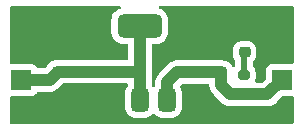
<source format=gbr>
%TF.GenerationSoftware,KiCad,Pcbnew,9.0.1*%
%TF.CreationDate,2025-10-27T18:33:51+04:00*%
%TF.ProjectId,AMS1117-3v3,414d5331-3131-4372-9d33-76332e6b6963,rev?*%
%TF.SameCoordinates,Original*%
%TF.FileFunction,Copper,L1,Top*%
%TF.FilePolarity,Positive*%
%FSLAX46Y46*%
G04 Gerber Fmt 4.6, Leading zero omitted, Abs format (unit mm)*
G04 Created by KiCad (PCBNEW 9.0.1) date 2025-10-27 18:33:51*
%MOMM*%
%LPD*%
G01*
G04 APERTURE LIST*
G04 Aperture macros list*
%AMRoundRect*
0 Rectangle with rounded corners*
0 $1 Rounding radius*
0 $2 $3 $4 $5 $6 $7 $8 $9 X,Y pos of 4 corners*
0 Add a 4 corners polygon primitive as box body*
4,1,4,$2,$3,$4,$5,$6,$7,$8,$9,$2,$3,0*
0 Add four circle primitives for the rounded corners*
1,1,$1+$1,$2,$3*
1,1,$1+$1,$4,$5*
1,1,$1+$1,$6,$7*
1,1,$1+$1,$8,$9*
0 Add four rect primitives between the rounded corners*
20,1,$1+$1,$2,$3,$4,$5,0*
20,1,$1+$1,$4,$5,$6,$7,0*
20,1,$1+$1,$6,$7,$8,$9,0*
20,1,$1+$1,$8,$9,$2,$3,0*%
G04 Aperture macros list end*
%TA.AperFunction,SMDPad,CuDef*%
%ADD10RoundRect,0.225000X0.250000X-0.225000X0.250000X0.225000X-0.250000X0.225000X-0.250000X-0.225000X0*%
%TD*%
%TA.AperFunction,ComponentPad*%
%ADD11R,1.700000X1.700000*%
%TD*%
%TA.AperFunction,ComponentPad*%
%ADD12C,1.700000*%
%TD*%
%TA.AperFunction,SMDPad,CuDef*%
%ADD13RoundRect,0.218750X-0.256250X0.218750X-0.256250X-0.218750X0.256250X-0.218750X0.256250X0.218750X0*%
%TD*%
%TA.AperFunction,SMDPad,CuDef*%
%ADD14RoundRect,0.375000X0.375000X-0.625000X0.375000X0.625000X-0.375000X0.625000X-0.375000X-0.625000X0*%
%TD*%
%TA.AperFunction,SMDPad,CuDef*%
%ADD15RoundRect,0.500000X1.400000X-0.500000X1.400000X0.500000X-1.400000X0.500000X-1.400000X-0.500000X0*%
%TD*%
%TA.AperFunction,SMDPad,CuDef*%
%ADD16RoundRect,0.200000X0.275000X-0.200000X0.275000X0.200000X-0.275000X0.200000X-0.275000X-0.200000X0*%
%TD*%
%TA.AperFunction,ViaPad*%
%ADD17C,0.600000*%
%TD*%
%TA.AperFunction,Conductor*%
%ADD18C,1.000000*%
%TD*%
%TA.AperFunction,Conductor*%
%ADD19C,0.500000*%
%TD*%
G04 APERTURE END LIST*
D10*
%TO.P,C3,1*%
%TO.N,+3.3V*%
X126535000Y-95075000D03*
%TO.P,C3,2*%
%TO.N,GND*%
X126535000Y-93525000D03*
%TD*%
%TO.P,C2,1*%
%TO.N,+5V*%
X140375000Y-95125000D03*
%TO.P,C2,2*%
%TO.N,GND*%
X140375000Y-93575000D03*
%TD*%
D11*
%TO.P,J1,1,Pin_1*%
%TO.N,+5V*%
X145500000Y-95775000D03*
D12*
%TO.P,J1,2,Pin_2*%
%TO.N,GND*%
X145500000Y-93235000D03*
%TD*%
D13*
%TO.P,D1,1,K*%
%TO.N,GND*%
X142340000Y-91862500D03*
%TO.P,D1,2,A*%
%TO.N,Net-(D1-A)*%
X142340000Y-93437500D03*
%TD*%
D14*
%TO.P,U1,1,GND*%
%TO.N,GND*%
X131175000Y-97500000D03*
%TO.P,U1,2,VO*%
%TO.N,+3.3V*%
X133475000Y-97500000D03*
D15*
X133475000Y-91200000D03*
D14*
%TO.P,U1,3,VI*%
%TO.N,+5V*%
X135775000Y-97500000D03*
%TD*%
D16*
%TO.P,R1,1*%
%TO.N,+5V*%
X142300000Y-97000000D03*
%TO.P,R1,2*%
%TO.N,Net-(D1-A)*%
X142300000Y-95350000D03*
%TD*%
D11*
%TO.P,J2,1,Pin_1*%
%TO.N,+3.3V*%
X123450000Y-95775000D03*
D12*
%TO.P,J2,2,Pin_2*%
%TO.N,GND*%
X123450000Y-93235000D03*
%TD*%
D10*
%TO.P,C4,1*%
%TO.N,+3.3V*%
X128325000Y-95075000D03*
%TO.P,C4,2*%
%TO.N,GND*%
X128325000Y-93525000D03*
%TD*%
%TO.P,C1,1*%
%TO.N,+5V*%
X138550000Y-95125000D03*
%TO.P,C1,2*%
%TO.N,GND*%
X138550000Y-93575000D03*
%TD*%
D17*
%TO.N,GND*%
X129225000Y-97525000D03*
%TD*%
D18*
%TO.N,+5V*%
X141150000Y-97000000D02*
X142300000Y-97000000D01*
X142300000Y-97000000D02*
X144275000Y-97000000D01*
X140375000Y-95125000D02*
X140375000Y-96225000D01*
X135775000Y-97500000D02*
X135775000Y-95975000D01*
X140375000Y-96225000D02*
X141150000Y-97000000D01*
X135775000Y-95975000D02*
X136625000Y-95125000D01*
X144275000Y-97000000D02*
X145500000Y-95775000D01*
X136625000Y-95125000D02*
X140375000Y-95125000D01*
%TO.N,GND*%
X131175000Y-97500000D02*
X129250000Y-97500000D01*
X129250000Y-97500000D02*
X129225000Y-97525000D01*
%TO.N,+3.3V*%
X133475000Y-97500000D02*
X133475000Y-95075000D01*
X123450000Y-95775000D02*
X125835000Y-95775000D01*
X125835000Y-95775000D02*
X126535000Y-95075000D01*
X133475000Y-95075000D02*
X133475000Y-91200000D01*
X126535000Y-95075000D02*
X133475000Y-95075000D01*
D19*
%TO.N,Net-(D1-A)*%
X142300000Y-93477500D02*
X142340000Y-93437500D01*
X142300000Y-95350000D02*
X142300000Y-93477500D01*
%TD*%
%TA.AperFunction,Conductor*%
%TO.N,GND*%
G36*
X132417539Y-96095185D02*
G01*
X132463294Y-96147989D01*
X132474500Y-96199500D01*
X132474500Y-96212073D01*
X132454815Y-96279112D01*
X132447148Y-96289760D01*
X132357971Y-96400702D01*
X132273360Y-96571304D01*
X132227400Y-96756107D01*
X132224500Y-96798879D01*
X132224500Y-98201122D01*
X132224501Y-98201125D01*
X132227399Y-98243886D01*
X132227399Y-98243887D01*
X132273360Y-98428696D01*
X132357967Y-98599292D01*
X132357969Y-98599295D01*
X132477277Y-98747721D01*
X132477278Y-98747722D01*
X132625704Y-98867030D01*
X132625707Y-98867032D01*
X132796302Y-98951639D01*
X132796303Y-98951639D01*
X132796307Y-98951641D01*
X132981111Y-98997600D01*
X133023877Y-99000500D01*
X133926122Y-99000499D01*
X133968889Y-98997600D01*
X134153693Y-98951641D01*
X134324296Y-98867030D01*
X134472722Y-98747722D01*
X134528353Y-98678514D01*
X134585696Y-98638595D01*
X134655518Y-98636015D01*
X134715651Y-98671594D01*
X134721647Y-98678514D01*
X134777277Y-98747721D01*
X134777278Y-98747722D01*
X134925704Y-98867030D01*
X134925707Y-98867032D01*
X135096302Y-98951639D01*
X135096303Y-98951639D01*
X135096307Y-98951641D01*
X135281111Y-98997600D01*
X135323877Y-99000500D01*
X136226122Y-99000499D01*
X136268889Y-98997600D01*
X136453693Y-98951641D01*
X136624296Y-98867030D01*
X136772722Y-98747722D01*
X136892030Y-98599296D01*
X136976641Y-98428693D01*
X137022600Y-98243889D01*
X137025500Y-98201123D01*
X137025499Y-96798878D01*
X137022600Y-96756111D01*
X136976641Y-96571307D01*
X136892030Y-96400704D01*
X136892029Y-96400702D01*
X136889230Y-96395059D01*
X136885044Y-96371357D01*
X136876634Y-96348809D01*
X136879077Y-96337575D01*
X136877078Y-96326254D01*
X136886370Y-96304052D01*
X136891486Y-96280536D01*
X136902206Y-96266215D01*
X136904054Y-96261802D01*
X136912638Y-96252282D01*
X137003104Y-96161818D01*
X137064427Y-96128333D01*
X137090784Y-96125500D01*
X139250500Y-96125500D01*
X139317539Y-96145185D01*
X139363294Y-96197989D01*
X139374500Y-96249500D01*
X139374500Y-96323542D01*
X139382193Y-96362215D01*
X139382193Y-96362217D01*
X139395208Y-96427646D01*
X139399438Y-96448914D01*
X139412946Y-96516828D01*
X139412949Y-96516837D01*
X139488364Y-96698907D01*
X139488371Y-96698920D01*
X139597859Y-96862780D01*
X139597860Y-96862781D01*
X139597861Y-96862782D01*
X139737218Y-97002139D01*
X139737219Y-97002139D01*
X139744286Y-97009206D01*
X139744285Y-97009206D01*
X139744289Y-97009209D01*
X140512215Y-97777137D01*
X140512219Y-97777140D01*
X140676079Y-97886628D01*
X140676085Y-97886631D01*
X140676086Y-97886632D01*
X140858165Y-97962052D01*
X141051455Y-98000500D01*
X141051458Y-98000501D01*
X141051460Y-98000501D01*
X141254655Y-98000501D01*
X141254675Y-98000500D01*
X144373542Y-98000500D01*
X144404566Y-97994328D01*
X144470188Y-97981275D01*
X144566836Y-97962051D01*
X144620165Y-97939961D01*
X144748914Y-97886632D01*
X144912782Y-97777139D01*
X145052139Y-97637782D01*
X145052139Y-97637780D01*
X145062347Y-97627573D01*
X145062348Y-97627570D01*
X145528102Y-97161818D01*
X145589425Y-97128333D01*
X145615783Y-97125499D01*
X146375500Y-97125499D01*
X146442539Y-97145184D01*
X146488294Y-97197988D01*
X146499500Y-97249499D01*
X146499500Y-99375500D01*
X146479815Y-99442539D01*
X146427011Y-99488294D01*
X146375500Y-99499500D01*
X122624500Y-99499500D01*
X122557461Y-99479815D01*
X122511706Y-99427011D01*
X122500500Y-99375500D01*
X122500500Y-97249499D01*
X122520185Y-97182460D01*
X122572989Y-97136705D01*
X122624495Y-97125499D01*
X124347872Y-97125499D01*
X124407483Y-97119091D01*
X124542331Y-97068796D01*
X124657546Y-96982546D01*
X124743796Y-96867331D01*
X124747960Y-96856165D01*
X124789829Y-96800234D01*
X124855293Y-96775816D01*
X124864141Y-96775500D01*
X125933542Y-96775500D01*
X125966812Y-96768881D01*
X126031015Y-96756111D01*
X126126836Y-96737051D01*
X126180165Y-96714961D01*
X126308914Y-96661632D01*
X126472782Y-96552139D01*
X126612139Y-96412782D01*
X126612139Y-96412780D01*
X126622347Y-96402573D01*
X126622347Y-96402571D01*
X126913103Y-96111818D01*
X126974427Y-96078334D01*
X127000784Y-96075500D01*
X132350500Y-96075500D01*
X132417539Y-96095185D01*
G37*
%TD.AperFunction*%
%TA.AperFunction,Conductor*%
G36*
X146442539Y-89520185D02*
G01*
X146488294Y-89572989D01*
X146499500Y-89624500D01*
X146499500Y-94300500D01*
X146479815Y-94367539D01*
X146427011Y-94413294D01*
X146375500Y-94424500D01*
X144602129Y-94424500D01*
X144602123Y-94424501D01*
X144542516Y-94430908D01*
X144407671Y-94481202D01*
X144407664Y-94481206D01*
X144292455Y-94567452D01*
X144292452Y-94567455D01*
X144206206Y-94682664D01*
X144206202Y-94682671D01*
X144155908Y-94817517D01*
X144149501Y-94877116D01*
X144149500Y-94877135D01*
X144149500Y-95659217D01*
X144129815Y-95726256D01*
X144113181Y-95746898D01*
X143896899Y-95963181D01*
X143835576Y-95996666D01*
X143809218Y-95999500D01*
X143337174Y-95999500D01*
X143270135Y-95979815D01*
X143224380Y-95927011D01*
X143214436Y-95857853D01*
X143218788Y-95838611D01*
X143269086Y-95677196D01*
X143275500Y-95606616D01*
X143275500Y-95093384D01*
X143269086Y-95022804D01*
X143218478Y-94860394D01*
X143130472Y-94714815D01*
X143130470Y-94714813D01*
X143130469Y-94714811D01*
X143086819Y-94671161D01*
X143053334Y-94609838D01*
X143050500Y-94583480D01*
X143050500Y-94270534D01*
X143070185Y-94203495D01*
X143086819Y-94182853D01*
X143106726Y-94162946D01*
X143164281Y-94105391D01*
X143252549Y-93962287D01*
X143305436Y-93802685D01*
X143315500Y-93704174D01*
X143315500Y-93170826D01*
X143305436Y-93072315D01*
X143252549Y-92912713D01*
X143252545Y-92912707D01*
X143252544Y-92912704D01*
X143164283Y-92769612D01*
X143164280Y-92769608D01*
X143045391Y-92650719D01*
X143045387Y-92650716D01*
X142902295Y-92562455D01*
X142902289Y-92562452D01*
X142902287Y-92562451D01*
X142742685Y-92509564D01*
X142742683Y-92509563D01*
X142644181Y-92499500D01*
X142644174Y-92499500D01*
X142035826Y-92499500D01*
X142035818Y-92499500D01*
X141937316Y-92509563D01*
X141937315Y-92509564D01*
X141858219Y-92535773D01*
X141777715Y-92562450D01*
X141777704Y-92562455D01*
X141634612Y-92650716D01*
X141634608Y-92650719D01*
X141515719Y-92769608D01*
X141515716Y-92769612D01*
X141427455Y-92912704D01*
X141427451Y-92912713D01*
X141374564Y-93072315D01*
X141374564Y-93072316D01*
X141374563Y-93072316D01*
X141364500Y-93170818D01*
X141364500Y-93704181D01*
X141374563Y-93802683D01*
X141427450Y-93962284D01*
X141427455Y-93962295D01*
X141515716Y-94105387D01*
X141520197Y-94111054D01*
X141518424Y-94112455D01*
X141546666Y-94164176D01*
X141549500Y-94190534D01*
X141549500Y-94583480D01*
X141540855Y-94612920D01*
X141534332Y-94642907D01*
X141530577Y-94647922D01*
X141529815Y-94650519D01*
X141513181Y-94671161D01*
X141505325Y-94679017D01*
X141444002Y-94712502D01*
X141374310Y-94707518D01*
X141318377Y-94665646D01*
X141299938Y-94630340D01*
X141294166Y-94612920D01*
X141287003Y-94591303D01*
X141286999Y-94591297D01*
X141286998Y-94591294D01*
X141197970Y-94446959D01*
X141197967Y-94446955D01*
X141078044Y-94327032D01*
X141078040Y-94327029D01*
X140933705Y-94238001D01*
X140933699Y-94237998D01*
X140933697Y-94237997D01*
X140933694Y-94237996D01*
X140772709Y-94184651D01*
X140772702Y-94184650D01*
X140719785Y-94179243D01*
X140684942Y-94170448D01*
X140666838Y-94162950D01*
X140666832Y-94162948D01*
X140473543Y-94124500D01*
X140473541Y-94124500D01*
X136729675Y-94124500D01*
X136729655Y-94124499D01*
X136723541Y-94124499D01*
X136526460Y-94124499D01*
X136526457Y-94124499D01*
X136333172Y-94162946D01*
X136333164Y-94162948D01*
X136151088Y-94238366D01*
X136151079Y-94238371D01*
X135987219Y-94347859D01*
X135987215Y-94347862D01*
X135312275Y-95022804D01*
X135137220Y-95197859D01*
X135137218Y-95197861D01*
X135067538Y-95267540D01*
X134997859Y-95337219D01*
X134888371Y-95501079D01*
X134888366Y-95501089D01*
X134853892Y-95584315D01*
X134844656Y-95606616D01*
X134835038Y-95629835D01*
X134812950Y-95683159D01*
X134812948Y-95683167D01*
X134799049Y-95753044D01*
X134799049Y-95753045D01*
X134774500Y-95876456D01*
X134774500Y-96212073D01*
X134767678Y-96235304D01*
X134765120Y-96259384D01*
X134756162Y-96274523D01*
X134754815Y-96279112D01*
X134747148Y-96289759D01*
X134721648Y-96321483D01*
X134664305Y-96361403D01*
X134594483Y-96363983D01*
X134534350Y-96328405D01*
X134528352Y-96321483D01*
X134502852Y-96289759D01*
X134476194Y-96225175D01*
X134475500Y-96212073D01*
X134475500Y-92824499D01*
X134495185Y-92757460D01*
X134547989Y-92711705D01*
X134599500Y-92700499D01*
X134933028Y-92700499D01*
X134933036Y-92700499D01*
X135052418Y-92689886D01*
X135248049Y-92633909D01*
X135428407Y-92539698D01*
X135586109Y-92411109D01*
X135714698Y-92253407D01*
X135808909Y-92073049D01*
X135864886Y-91877418D01*
X135875500Y-91758037D01*
X135875499Y-90641964D01*
X135864886Y-90522582D01*
X135808909Y-90326951D01*
X135714698Y-90146593D01*
X135662684Y-90082803D01*
X135586109Y-89988890D01*
X135428409Y-89860304D01*
X135428410Y-89860304D01*
X135428407Y-89860302D01*
X135248049Y-89766091D01*
X135169850Y-89743715D01*
X135110814Y-89706349D01*
X135081350Y-89642995D01*
X135090815Y-89573769D01*
X135136204Y-89520650D01*
X135203106Y-89500503D01*
X135203963Y-89500500D01*
X146375500Y-89500500D01*
X146442539Y-89520185D01*
G37*
%TD.AperFunction*%
%TA.AperFunction,Conductor*%
G36*
X131813076Y-89520185D02*
G01*
X131858831Y-89572989D01*
X131868775Y-89642147D01*
X131839750Y-89705703D01*
X131780972Y-89743477D01*
X131780203Y-89743700D01*
X131752480Y-89751632D01*
X131701953Y-89766090D01*
X131701951Y-89766090D01*
X131701951Y-89766091D01*
X131521593Y-89860302D01*
X131521591Y-89860303D01*
X131521590Y-89860304D01*
X131363890Y-89988890D01*
X131235304Y-90146590D01*
X131141089Y-90326954D01*
X131085114Y-90522583D01*
X131085113Y-90522586D01*
X131074500Y-90641966D01*
X131074500Y-91758028D01*
X131074501Y-91758034D01*
X131085113Y-91877415D01*
X131141089Y-92073045D01*
X131141090Y-92073048D01*
X131141091Y-92073049D01*
X131235302Y-92253407D01*
X131235304Y-92253409D01*
X131363890Y-92411109D01*
X131457803Y-92487684D01*
X131521593Y-92539698D01*
X131701951Y-92633909D01*
X131897582Y-92689886D01*
X132016963Y-92700500D01*
X132350500Y-92700499D01*
X132417539Y-92720183D01*
X132463294Y-92772987D01*
X132474500Y-92824499D01*
X132474500Y-93950500D01*
X132454815Y-94017539D01*
X132402011Y-94063294D01*
X132350500Y-94074500D01*
X126436457Y-94074500D01*
X126243166Y-94112948D01*
X126243159Y-94112950D01*
X126225051Y-94120450D01*
X126190210Y-94129244D01*
X126137290Y-94134651D01*
X125976305Y-94187996D01*
X125976294Y-94188001D01*
X125831959Y-94277029D01*
X125831955Y-94277032D01*
X125712031Y-94396956D01*
X125622999Y-94541297D01*
X125622994Y-94541309D01*
X125616984Y-94559445D01*
X125610140Y-94570538D01*
X125608113Y-94579862D01*
X125586961Y-94608117D01*
X125456897Y-94738182D01*
X125395577Y-94771666D01*
X125369218Y-94774500D01*
X124864141Y-94774500D01*
X124797102Y-94754815D01*
X124751347Y-94702011D01*
X124747969Y-94693859D01*
X124743796Y-94682669D01*
X124743793Y-94682665D01*
X124743793Y-94682664D01*
X124657547Y-94567455D01*
X124657544Y-94567452D01*
X124542335Y-94481206D01*
X124542328Y-94481202D01*
X124407482Y-94430908D01*
X124407483Y-94430908D01*
X124347883Y-94424501D01*
X124347881Y-94424500D01*
X124347873Y-94424500D01*
X124347865Y-94424500D01*
X122624500Y-94424500D01*
X122557461Y-94404815D01*
X122511706Y-94352011D01*
X122500500Y-94300500D01*
X122500500Y-89624500D01*
X122520185Y-89557461D01*
X122572989Y-89511706D01*
X122624500Y-89500500D01*
X131746037Y-89500500D01*
X131813076Y-89520185D01*
G37*
%TD.AperFunction*%
%TD*%
M02*

</source>
